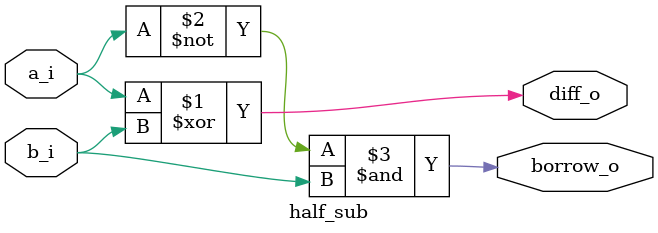
<source format=sv>

`timescale 1 ns/ 1 ps

module half_sub (
	input logic a_i, b_i,
	output logic borrow_o, diff_o
	);

	assign diff_o = a_i ^ b_i;
	assign borrow_o = (~a_i) & b_i;

endmodule : half_sub

</source>
